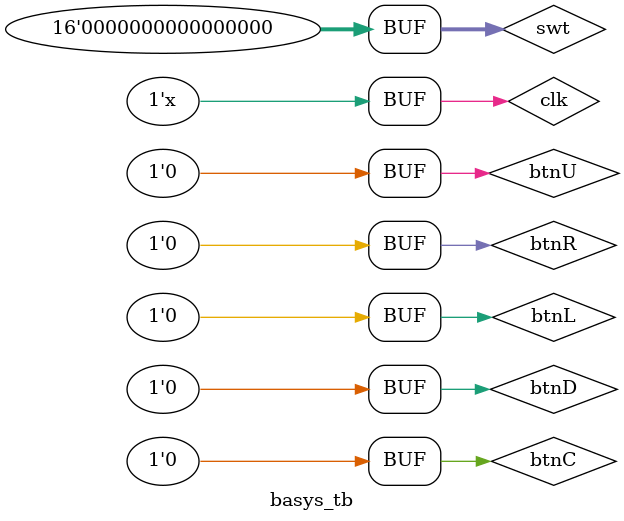
<source format=v>
`timescale 1ns / 1ps
module basys_tb ();
    reg [15:0] swt;
    reg clk, btnU, btnD, btnL, btnR, btnC;
    wire [3:0] segEn;
    wire segDec;
    wire [6:0] sevSeg;
    wire [15:0] led;

    basys dut(
        .swt(swt),
        .clk(clk),
        .btnU(btnU),
        .btnD(btnD),
        .btnL(btnL),
        .btnR(btnR),
        .btnC(btnC),
        .segEn(segEn),
        .segDec(segDec),
        .sevSeg(sevSeg),
        .led(led)
    );

    parameter clk_period = 2;
    always #clk_period clk = ~clk;


    initial begin
        swt = 0;
        clk = 0;
        btnU = 0;
        btnD = 0;
        btnL = 0;
        btnR = 0;
        btnC = 0;
        #(clk_period * 3);

        swt[0] = 1'b0;
        #(clk_period * 3);




        #clk_period btnL = 1; #clk_period btnL = 0;
        #(clk_period * 3);

        #clk_period btnC = 1; #clk_period btnC = 0;//F
        #(clk_period * 3);

        #clk_period btnL = 1; #clk_period btnL = 0;
        #(clk_period * 3);
        #clk_period btnL = 1; #clk_period btnL = 0;
        #(clk_period * 3);
        #clk_period btnL = 1; #clk_period btnL = 0;
        #(clk_period * 3);
        #clk_period btnL = 1; #clk_period btnL = 0;
        #(clk_period * 3);
        #clk_period btnL = 1; #clk_period btnL = 0;
        #(clk_period * 3);

        #clk_period btnC = 1; #clk_period btnC = 0;//A
        #(clk_period * 3);

        #clk_period btnR = 1; #clk_period btnR = 0;
        #(clk_period * 3);
        #clk_period btnR = 1; #clk_period btnR = 0;
        #(clk_period * 3);

        #clk_period btnC = 1; #clk_period btnC = 0;//C
        #(clk_period * 3);

        #clk_period btnR = 1; #clk_period btnR = 0;
        #(clk_period * 3);
        #clk_period btnR = 1; #clk_period btnR = 0;
        #(clk_period * 3);

        #clk_period btnC = 1; #clk_period btnC = 0;//E
        #(clk_period * 8);
    end
endmodule

</source>
